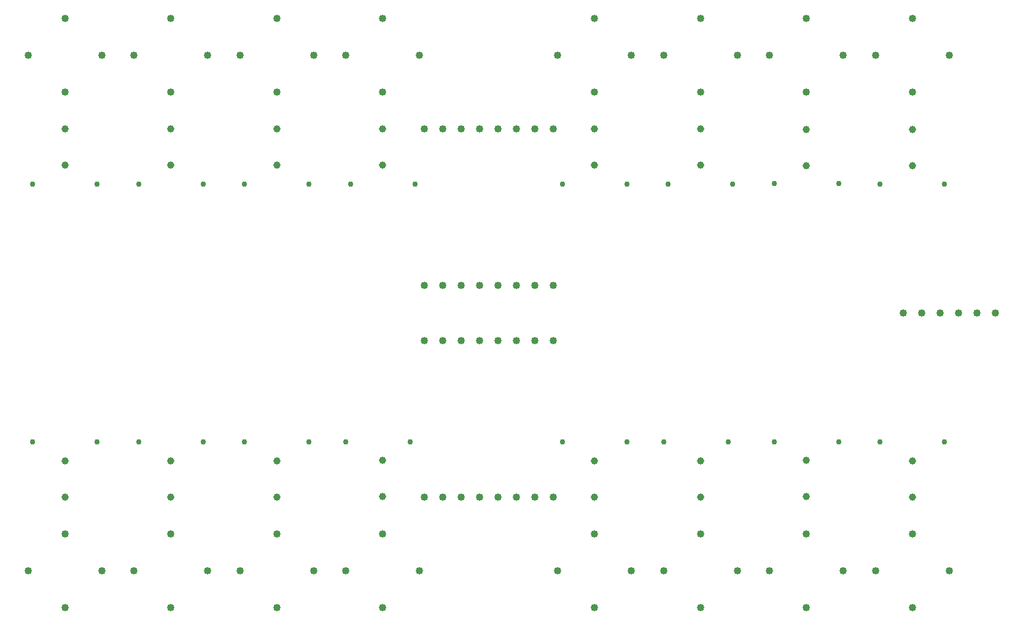
<source format=gbr>
%TF.GenerationSoftware,Altium Limited,Altium Designer,24.0.1 (36)*%
G04 Layer_Color=0*
%FSLAX45Y45*%
%MOMM*%
%TF.SameCoordinates,30B9EBA5-48D0-47E5-9341-C4D43BC7BEBE*%
%TF.FilePolarity,Positive*%
%TF.FileFunction,Plated,1,2,PTH,Drill*%
%TF.Part,Single*%
G01*
G75*
%TA.AperFunction,ComponentDrill*%
%ADD42C,1.02000*%
%ADD43C,0.76200*%
%ADD44C,0.99060*%
D42*
X6985000Y0D02*
D03*
X6731000D02*
D03*
X6477000D02*
D03*
X6223000D02*
D03*
X5969000D02*
D03*
X5715000D02*
D03*
X-889000Y-2540000D02*
D03*
X-635000D02*
D03*
X-381000D02*
D03*
X-127000D02*
D03*
X127000D02*
D03*
X381000D02*
D03*
X635000D02*
D03*
X889000D02*
D03*
X-889000Y2540000D02*
D03*
X-635000D02*
D03*
X-381000D02*
D03*
X-127000D02*
D03*
X127000D02*
D03*
X381000D02*
D03*
X635000D02*
D03*
X889000D02*
D03*
X4889500Y3556000D02*
D03*
X3873500D02*
D03*
X4381500Y3048000D02*
D03*
Y4064000D02*
D03*
X3429000Y3556000D02*
D03*
X2413000D02*
D03*
X2921000Y3048000D02*
D03*
Y4064000D02*
D03*
X1968500Y3556000D02*
D03*
X952500D02*
D03*
X1460500Y3048000D02*
D03*
Y4064000D02*
D03*
X-952500Y3556000D02*
D03*
X-1968500D02*
D03*
X-1460500Y3048000D02*
D03*
Y4064000D02*
D03*
X-2921000D02*
D03*
Y3048000D02*
D03*
X-3429000Y3556000D02*
D03*
X-2413000D02*
D03*
X-3873500D02*
D03*
X-4889500D02*
D03*
X-4381500Y3048000D02*
D03*
Y4064000D02*
D03*
X-5334000Y3556000D02*
D03*
X-6350000D02*
D03*
X-5842000Y3048000D02*
D03*
Y4064000D02*
D03*
X-889000Y381000D02*
D03*
X-635000D02*
D03*
X-381000D02*
D03*
X-127000D02*
D03*
X127000D02*
D03*
X381000D02*
D03*
X635000D02*
D03*
X889000D02*
D03*
X-889000Y-381000D02*
D03*
X-635000D02*
D03*
X-381000D02*
D03*
X-127000D02*
D03*
X127000D02*
D03*
X381000D02*
D03*
X635000D02*
D03*
X889000D02*
D03*
X5842000Y-3048000D02*
D03*
Y-4064000D02*
D03*
X5334000Y-3556000D02*
D03*
X6350000D02*
D03*
X4381500Y-3048000D02*
D03*
Y-4064000D02*
D03*
X3873500Y-3556000D02*
D03*
X4889500D02*
D03*
X2921000Y-3048000D02*
D03*
Y-4064000D02*
D03*
X2413000Y-3556000D02*
D03*
X3429000D02*
D03*
X1460500Y-3048000D02*
D03*
Y-4064000D02*
D03*
X952500Y-3556000D02*
D03*
X1968500D02*
D03*
X-1460500Y-3048000D02*
D03*
Y-4064000D02*
D03*
X-1968500Y-3556000D02*
D03*
X-952500D02*
D03*
X-2921000Y-3048000D02*
D03*
Y-4064000D02*
D03*
X-3429000Y-3556000D02*
D03*
X-2413000D02*
D03*
X-4381500Y-3048000D02*
D03*
Y-4064000D02*
D03*
X-4889500Y-3556000D02*
D03*
X-3873500D02*
D03*
X-5842000Y-3048000D02*
D03*
Y-4064000D02*
D03*
X-6350000Y-3556000D02*
D03*
X-5334000D02*
D03*
X5842000Y4064000D02*
D03*
Y3048000D02*
D03*
X5334000Y3556000D02*
D03*
X6350000D02*
D03*
D43*
X-5397500Y1778000D02*
D03*
X-6286500D02*
D03*
X-3365500D02*
D03*
X-2476500D02*
D03*
X-1905000D02*
D03*
X-1016000D02*
D03*
X-4826000D02*
D03*
X-3937000D02*
D03*
X6286500Y-1778000D02*
D03*
X5397500D02*
D03*
X4826000D02*
D03*
X3937000D02*
D03*
X3302000D02*
D03*
X2413000D02*
D03*
X1905000D02*
D03*
X1016000D02*
D03*
X-1079500D02*
D03*
X-1968500D02*
D03*
X-2476500D02*
D03*
X-3365500D02*
D03*
X-3937000D02*
D03*
X-4826000D02*
D03*
X-5397500D02*
D03*
X-6286500D02*
D03*
X4826000Y1781620D02*
D03*
X3937000D02*
D03*
X1905000Y1778000D02*
D03*
X1016000D02*
D03*
X3365500D02*
D03*
X2476500D02*
D03*
X6286500D02*
D03*
X5397500D02*
D03*
D44*
X-1460500Y2040000D02*
D03*
Y2540000D02*
D03*
X-5842000Y2040000D02*
D03*
Y2540000D02*
D03*
X-4381500Y2040000D02*
D03*
Y2540000D02*
D03*
X-2921000Y2040000D02*
D03*
Y2540000D02*
D03*
X5842000Y-2040000D02*
D03*
Y-2540000D02*
D03*
X4381500Y-2032000D02*
D03*
Y-2532000D02*
D03*
X2921000Y-2040000D02*
D03*
Y-2540000D02*
D03*
X1460500Y-2040000D02*
D03*
Y-2540000D02*
D03*
X-1460500Y-2032000D02*
D03*
Y-2532000D02*
D03*
X-2921000Y-2040000D02*
D03*
Y-2540000D02*
D03*
X-4381500Y-2040000D02*
D03*
Y-2540000D02*
D03*
X-5842000Y-2040000D02*
D03*
Y-2540000D02*
D03*
X5842000Y2532000D02*
D03*
Y2032000D02*
D03*
X4381500Y2532000D02*
D03*
Y2032000D02*
D03*
X2921000Y2540000D02*
D03*
Y2040000D02*
D03*
X1460500Y2540000D02*
D03*
Y2040000D02*
D03*
%TF.MD5,b855993bec7dc263077047266bd2d467*%
M02*

</source>
